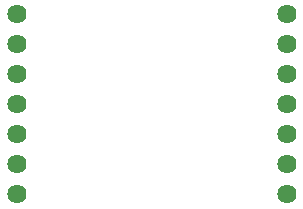
<source format=gbs>
%FSTAX24Y24*%
%MOIN*%
%IN MASK2.GBR *%
%ADD10C,0.0640*%
D10*X0095Y0015D03*Y0035D03*X0005D03*X0095Y0045D03*Y0005D03*
X0005Y0045D03*X0095Y0065D03*Y0055D03*X0005Y0065D03*Y0015D03*
X0095Y0025D03*X0005Y0005D03*Y0055D03*Y0025D03*
M02*
</source>
